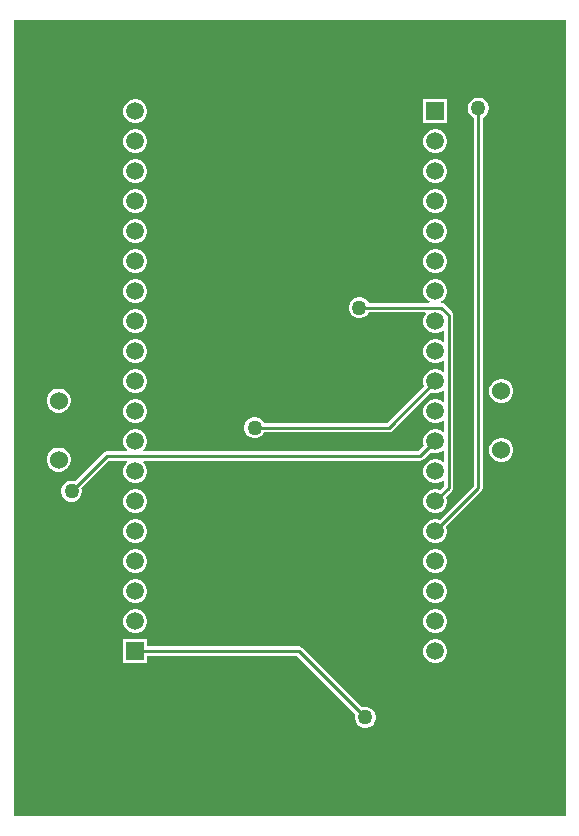
<source format=gbl>
G04*
G04 #@! TF.GenerationSoftware,Altium Limited,Altium Designer,21.4.1 (30)*
G04*
G04 Layer_Physical_Order=2*
G04 Layer_Color=16711680*
%FSLAX25Y25*%
%MOIN*%
G70*
G04*
G04 #@! TF.SameCoordinates,14F4F737-F107-41AB-BACD-CDD85754C322*
G04*
G04*
G04 #@! TF.FilePolarity,Positive*
G04*
G01*
G75*
%ADD11C,0.01000*%
%ADD17C,0.05906*%
%ADD36R,0.05906X0.05906*%
%ADD37C,0.06000*%
%ADD38C,0.05000*%
G36*
X431500Y171000D02*
X247500D01*
Y436500D01*
X431500D01*
Y171000D01*
D02*
G37*
%LPC*%
G36*
X391953Y409953D02*
X384047D01*
Y402047D01*
X391953D01*
Y409953D01*
D02*
G37*
G36*
X288520D02*
X287480D01*
X286474Y409683D01*
X285573Y409163D01*
X284837Y408427D01*
X284317Y407526D01*
X284047Y406520D01*
Y405480D01*
X284317Y404474D01*
X284837Y403573D01*
X285573Y402837D01*
X286474Y402317D01*
X287480Y402047D01*
X288520D01*
X289526Y402317D01*
X290427Y402837D01*
X291163Y403573D01*
X291683Y404474D01*
X291953Y405480D01*
Y406520D01*
X291683Y407526D01*
X291163Y408427D01*
X290427Y409163D01*
X289526Y409683D01*
X288520Y409953D01*
D02*
G37*
G36*
X388520Y399953D02*
X387480D01*
X386474Y399683D01*
X385573Y399163D01*
X384837Y398427D01*
X384317Y397526D01*
X384047Y396520D01*
Y395480D01*
X384317Y394474D01*
X384837Y393573D01*
X385573Y392837D01*
X386474Y392317D01*
X387480Y392047D01*
X388520D01*
X389526Y392317D01*
X390427Y392837D01*
X391163Y393573D01*
X391683Y394474D01*
X391953Y395480D01*
Y396520D01*
X391683Y397526D01*
X391163Y398427D01*
X390427Y399163D01*
X389526Y399683D01*
X388520Y399953D01*
D02*
G37*
G36*
X288520D02*
X287480D01*
X286474Y399683D01*
X285573Y399163D01*
X284837Y398427D01*
X284317Y397526D01*
X284047Y396520D01*
Y395480D01*
X284317Y394474D01*
X284837Y393573D01*
X285573Y392837D01*
X286474Y392317D01*
X287480Y392047D01*
X288520D01*
X289526Y392317D01*
X290427Y392837D01*
X291163Y393573D01*
X291683Y394474D01*
X291953Y395480D01*
Y396520D01*
X291683Y397526D01*
X291163Y398427D01*
X290427Y399163D01*
X289526Y399683D01*
X288520Y399953D01*
D02*
G37*
G36*
X388520Y389953D02*
X387480D01*
X386474Y389683D01*
X385573Y389163D01*
X384837Y388427D01*
X384317Y387526D01*
X384047Y386520D01*
Y385480D01*
X384317Y384474D01*
X384837Y383573D01*
X385573Y382837D01*
X386474Y382317D01*
X387480Y382047D01*
X388520D01*
X389526Y382317D01*
X390427Y382837D01*
X391163Y383573D01*
X391683Y384474D01*
X391953Y385480D01*
Y386520D01*
X391683Y387526D01*
X391163Y388427D01*
X390427Y389163D01*
X389526Y389683D01*
X388520Y389953D01*
D02*
G37*
G36*
X288520D02*
X287480D01*
X286474Y389683D01*
X285573Y389163D01*
X284837Y388427D01*
X284317Y387526D01*
X284047Y386520D01*
Y385480D01*
X284317Y384474D01*
X284837Y383573D01*
X285573Y382837D01*
X286474Y382317D01*
X287480Y382047D01*
X288520D01*
X289526Y382317D01*
X290427Y382837D01*
X291163Y383573D01*
X291683Y384474D01*
X291953Y385480D01*
Y386520D01*
X291683Y387526D01*
X291163Y388427D01*
X290427Y389163D01*
X289526Y389683D01*
X288520Y389953D01*
D02*
G37*
G36*
X388520Y379953D02*
X387480D01*
X386474Y379683D01*
X385573Y379163D01*
X384837Y378427D01*
X384317Y377526D01*
X384047Y376520D01*
Y375480D01*
X384317Y374474D01*
X384837Y373573D01*
X385573Y372837D01*
X386474Y372317D01*
X387480Y372047D01*
X388520D01*
X389526Y372317D01*
X390427Y372837D01*
X391163Y373573D01*
X391683Y374474D01*
X391953Y375480D01*
Y376520D01*
X391683Y377526D01*
X391163Y378427D01*
X390427Y379163D01*
X389526Y379683D01*
X388520Y379953D01*
D02*
G37*
G36*
X288520D02*
X287480D01*
X286474Y379683D01*
X285573Y379163D01*
X284837Y378427D01*
X284317Y377526D01*
X284047Y376520D01*
Y375480D01*
X284317Y374474D01*
X284837Y373573D01*
X285573Y372837D01*
X286474Y372317D01*
X287480Y372047D01*
X288520D01*
X289526Y372317D01*
X290427Y372837D01*
X291163Y373573D01*
X291683Y374474D01*
X291953Y375480D01*
Y376520D01*
X291683Y377526D01*
X291163Y378427D01*
X290427Y379163D01*
X289526Y379683D01*
X288520Y379953D01*
D02*
G37*
G36*
X388520Y369953D02*
X387480D01*
X386474Y369683D01*
X385573Y369163D01*
X384837Y368427D01*
X384317Y367526D01*
X384047Y366520D01*
Y365480D01*
X384317Y364474D01*
X384837Y363573D01*
X385573Y362837D01*
X386474Y362317D01*
X387480Y362047D01*
X388520D01*
X389526Y362317D01*
X390427Y362837D01*
X391163Y363573D01*
X391683Y364474D01*
X391953Y365480D01*
Y366520D01*
X391683Y367526D01*
X391163Y368427D01*
X390427Y369163D01*
X389526Y369683D01*
X388520Y369953D01*
D02*
G37*
G36*
X288520D02*
X287480D01*
X286474Y369683D01*
X285573Y369163D01*
X284837Y368427D01*
X284317Y367526D01*
X284047Y366520D01*
Y365480D01*
X284317Y364474D01*
X284837Y363573D01*
X285573Y362837D01*
X286474Y362317D01*
X287480Y362047D01*
X288520D01*
X289526Y362317D01*
X290427Y362837D01*
X291163Y363573D01*
X291683Y364474D01*
X291953Y365480D01*
Y366520D01*
X291683Y367526D01*
X291163Y368427D01*
X290427Y369163D01*
X289526Y369683D01*
X288520Y369953D01*
D02*
G37*
G36*
X388520Y359953D02*
X387480D01*
X386474Y359683D01*
X385573Y359163D01*
X384837Y358427D01*
X384317Y357526D01*
X384047Y356520D01*
Y355480D01*
X384317Y354474D01*
X384837Y353573D01*
X385573Y352837D01*
X386474Y352317D01*
X387480Y352047D01*
X388520D01*
X389526Y352317D01*
X390427Y352837D01*
X391163Y353573D01*
X391683Y354474D01*
X391953Y355480D01*
Y356520D01*
X391683Y357526D01*
X391163Y358427D01*
X390427Y359163D01*
X389526Y359683D01*
X388520Y359953D01*
D02*
G37*
G36*
X288520D02*
X287480D01*
X286474Y359683D01*
X285573Y359163D01*
X284837Y358427D01*
X284317Y357526D01*
X284047Y356520D01*
Y355480D01*
X284317Y354474D01*
X284837Y353573D01*
X285573Y352837D01*
X286474Y352317D01*
X287480Y352047D01*
X288520D01*
X289526Y352317D01*
X290427Y352837D01*
X291163Y353573D01*
X291683Y354474D01*
X291953Y355480D01*
Y356520D01*
X291683Y357526D01*
X291163Y358427D01*
X290427Y359163D01*
X289526Y359683D01*
X288520Y359953D01*
D02*
G37*
G36*
Y349953D02*
X287480D01*
X286474Y349683D01*
X285573Y349163D01*
X284837Y348427D01*
X284317Y347526D01*
X284047Y346520D01*
Y345480D01*
X284317Y344474D01*
X284837Y343573D01*
X285573Y342837D01*
X286474Y342317D01*
X287480Y342047D01*
X288520D01*
X289526Y342317D01*
X290427Y342837D01*
X291163Y343573D01*
X291683Y344474D01*
X291953Y345480D01*
Y346520D01*
X291683Y347526D01*
X291163Y348427D01*
X290427Y349163D01*
X289526Y349683D01*
X288520Y349953D01*
D02*
G37*
G36*
X388520D02*
X387480D01*
X386474Y349683D01*
X385573Y349163D01*
X384837Y348427D01*
X384317Y347526D01*
X384047Y346520D01*
Y345480D01*
X384317Y344474D01*
X384837Y343573D01*
X385573Y342837D01*
X386106Y342529D01*
X385972Y342029D01*
X365859D01*
X365501Y342649D01*
X364849Y343301D01*
X364051Y343761D01*
X363161Y344000D01*
X362239D01*
X361349Y343761D01*
X360551Y343301D01*
X359899Y342649D01*
X359438Y341851D01*
X359200Y340961D01*
Y340039D01*
X359438Y339149D01*
X359899Y338351D01*
X360551Y337699D01*
X361349Y337239D01*
X362239Y337000D01*
X363161D01*
X364051Y337239D01*
X364849Y337699D01*
X365501Y338351D01*
X365859Y338971D01*
X384727D01*
X384919Y338509D01*
X384837Y338427D01*
X384317Y337526D01*
X384047Y336520D01*
Y335480D01*
X384317Y334474D01*
X384837Y333573D01*
X385573Y332837D01*
X386474Y332317D01*
X387480Y332047D01*
X388520D01*
X389526Y332317D01*
X390427Y332837D01*
X390509Y332919D01*
X390971Y332727D01*
Y329273D01*
X390509Y329081D01*
X390427Y329163D01*
X389526Y329683D01*
X388520Y329953D01*
X387480D01*
X386474Y329683D01*
X385573Y329163D01*
X384837Y328427D01*
X384317Y327526D01*
X384047Y326520D01*
Y325480D01*
X384317Y324474D01*
X384837Y323573D01*
X385573Y322837D01*
X386474Y322317D01*
X387480Y322047D01*
X388520D01*
X389526Y322317D01*
X390427Y322837D01*
X390509Y322919D01*
X390971Y322727D01*
Y319273D01*
X390509Y319081D01*
X390427Y319163D01*
X389526Y319683D01*
X388520Y319953D01*
X387480D01*
X386474Y319683D01*
X385573Y319163D01*
X384837Y318427D01*
X384317Y317526D01*
X384047Y316520D01*
Y315480D01*
X384315Y314478D01*
X371866Y302029D01*
X330959D01*
X330601Y302649D01*
X329949Y303301D01*
X329151Y303762D01*
X328261Y304000D01*
X327339D01*
X326449Y303762D01*
X325651Y303301D01*
X324999Y302649D01*
X324538Y301851D01*
X324300Y300961D01*
Y300039D01*
X324538Y299149D01*
X324999Y298351D01*
X325651Y297699D01*
X326449Y297238D01*
X327339Y297000D01*
X328261D01*
X329151Y297238D01*
X329949Y297699D01*
X330601Y298351D01*
X330959Y298971D01*
X372500D01*
X373085Y299087D01*
X373581Y299419D01*
X386478Y312316D01*
X387480Y312047D01*
X388520D01*
X389526Y312317D01*
X390427Y312837D01*
X390509Y312919D01*
X390971Y312727D01*
Y309273D01*
X390509Y309081D01*
X390427Y309163D01*
X389526Y309683D01*
X388520Y309953D01*
X387480D01*
X386474Y309683D01*
X385573Y309163D01*
X384837Y308427D01*
X384317Y307526D01*
X384047Y306520D01*
Y305480D01*
X384317Y304474D01*
X384837Y303573D01*
X385573Y302837D01*
X386474Y302317D01*
X387480Y302047D01*
X388520D01*
X389526Y302317D01*
X390427Y302837D01*
X390509Y302919D01*
X390971Y302727D01*
Y299273D01*
X390509Y299081D01*
X390427Y299163D01*
X389526Y299683D01*
X388520Y299953D01*
X387480D01*
X386474Y299683D01*
X385573Y299163D01*
X384837Y298427D01*
X384317Y297526D01*
X384047Y296520D01*
Y295480D01*
X384315Y294478D01*
X382366Y292529D01*
X290827D01*
X290619Y293029D01*
X291163Y293573D01*
X291683Y294474D01*
X291953Y295480D01*
Y296520D01*
X291683Y297526D01*
X291163Y298427D01*
X290427Y299163D01*
X289526Y299683D01*
X288520Y299953D01*
X287480D01*
X286474Y299683D01*
X285573Y299163D01*
X284837Y298427D01*
X284317Y297526D01*
X284047Y296520D01*
Y295480D01*
X284317Y294474D01*
X284837Y293573D01*
X285381Y293029D01*
X285174Y292529D01*
X278400D01*
X277815Y292413D01*
X277319Y292081D01*
X267892Y282655D01*
X267201Y282840D01*
X266279D01*
X265389Y282602D01*
X264591Y282141D01*
X263939Y281489D01*
X263479Y280691D01*
X263240Y279801D01*
Y278879D01*
X263479Y277989D01*
X263939Y277191D01*
X264591Y276539D01*
X265389Y276079D01*
X266279Y275840D01*
X267201D01*
X268091Y276079D01*
X268889Y276539D01*
X269541Y277191D01*
X270002Y277989D01*
X270240Y278879D01*
Y279801D01*
X270055Y280492D01*
X279033Y289471D01*
X285174D01*
X285381Y288971D01*
X284837Y288427D01*
X284317Y287526D01*
X284047Y286520D01*
Y285480D01*
X284317Y284474D01*
X284837Y283573D01*
X285573Y282837D01*
X286474Y282317D01*
X287480Y282047D01*
X288520D01*
X289526Y282317D01*
X290427Y282837D01*
X291163Y283573D01*
X291683Y284474D01*
X291953Y285480D01*
Y286520D01*
X291683Y287526D01*
X291163Y288427D01*
X290619Y288971D01*
X290827Y289471D01*
X383000D01*
X383585Y289587D01*
X384081Y289919D01*
X386478Y292316D01*
X387480Y292047D01*
X388520D01*
X389526Y292317D01*
X390427Y292837D01*
X390509Y292919D01*
X390971Y292727D01*
Y289273D01*
X390509Y289081D01*
X390427Y289163D01*
X389526Y289683D01*
X388520Y289953D01*
X387480D01*
X386474Y289683D01*
X385573Y289163D01*
X384837Y288427D01*
X384317Y287526D01*
X384047Y286520D01*
Y285480D01*
X384317Y284474D01*
X384837Y283573D01*
X385573Y282837D01*
X386474Y282317D01*
X387480Y282047D01*
X388520D01*
X389526Y282317D01*
X390427Y282837D01*
X390509Y282919D01*
X390971Y282727D01*
Y281134D01*
X389522Y279684D01*
X388520Y279953D01*
X387480D01*
X386474Y279683D01*
X385573Y279163D01*
X384837Y278427D01*
X384317Y277526D01*
X384047Y276520D01*
Y275480D01*
X384317Y274474D01*
X384837Y273573D01*
X385573Y272837D01*
X386474Y272317D01*
X387480Y272047D01*
X388520D01*
X389526Y272317D01*
X390427Y272837D01*
X391163Y273573D01*
X391683Y274474D01*
X391953Y275480D01*
Y276520D01*
X391685Y277522D01*
X393581Y279419D01*
X393913Y279915D01*
X394029Y280500D01*
Y338000D01*
X393913Y338585D01*
X393581Y339081D01*
X391081Y341581D01*
X390585Y341913D01*
X390021Y342025D01*
X389990Y342076D01*
X389894Y342529D01*
X390427Y342837D01*
X391163Y343573D01*
X391683Y344474D01*
X391953Y345480D01*
Y346520D01*
X391683Y347526D01*
X391163Y348427D01*
X390427Y349163D01*
X389526Y349683D01*
X388520Y349953D01*
D02*
G37*
G36*
X288520Y339953D02*
X287480D01*
X286474Y339683D01*
X285573Y339163D01*
X284837Y338427D01*
X284317Y337526D01*
X284047Y336520D01*
Y335480D01*
X284317Y334474D01*
X284837Y333573D01*
X285573Y332837D01*
X286474Y332317D01*
X287480Y332047D01*
X288520D01*
X289526Y332317D01*
X290427Y332837D01*
X291163Y333573D01*
X291683Y334474D01*
X291953Y335480D01*
Y336520D01*
X291683Y337526D01*
X291163Y338427D01*
X290427Y339163D01*
X289526Y339683D01*
X288520Y339953D01*
D02*
G37*
G36*
Y329953D02*
X287480D01*
X286474Y329683D01*
X285573Y329163D01*
X284837Y328427D01*
X284317Y327526D01*
X284047Y326520D01*
Y325480D01*
X284317Y324474D01*
X284837Y323573D01*
X285573Y322837D01*
X286474Y322317D01*
X287480Y322047D01*
X288520D01*
X289526Y322317D01*
X290427Y322837D01*
X291163Y323573D01*
X291683Y324474D01*
X291953Y325480D01*
Y326520D01*
X291683Y327526D01*
X291163Y328427D01*
X290427Y329163D01*
X289526Y329683D01*
X288520Y329953D01*
D02*
G37*
G36*
Y319953D02*
X287480D01*
X286474Y319683D01*
X285573Y319163D01*
X284837Y318427D01*
X284317Y317526D01*
X284047Y316520D01*
Y315480D01*
X284317Y314474D01*
X284837Y313573D01*
X285573Y312837D01*
X286474Y312317D01*
X287480Y312047D01*
X288520D01*
X289526Y312317D01*
X290427Y312837D01*
X291163Y313573D01*
X291683Y314474D01*
X291953Y315480D01*
Y316520D01*
X291683Y317526D01*
X291163Y318427D01*
X290427Y319163D01*
X289526Y319683D01*
X288520Y319953D01*
D02*
G37*
G36*
X410527Y316685D02*
X409473D01*
X408456Y316412D01*
X407544Y315886D01*
X406799Y315141D01*
X406273Y314229D01*
X406000Y313212D01*
Y312158D01*
X406273Y311141D01*
X406799Y310229D01*
X407544Y309484D01*
X408456Y308958D01*
X409473Y308685D01*
X410527D01*
X411544Y308958D01*
X412456Y309484D01*
X413201Y310229D01*
X413727Y311141D01*
X414000Y312158D01*
Y313212D01*
X413727Y314229D01*
X413201Y315141D01*
X412456Y315886D01*
X411544Y316412D01*
X410527Y316685D01*
D02*
G37*
G36*
X263027Y313500D02*
X261973D01*
X260956Y313227D01*
X260044Y312701D01*
X259299Y311956D01*
X258773Y311044D01*
X258500Y310027D01*
Y308973D01*
X258773Y307956D01*
X259299Y307044D01*
X260044Y306299D01*
X260956Y305773D01*
X261973Y305500D01*
X263027D01*
X264044Y305773D01*
X264956Y306299D01*
X265701Y307044D01*
X266227Y307956D01*
X266500Y308973D01*
Y310027D01*
X266227Y311044D01*
X265701Y311956D01*
X264956Y312701D01*
X264044Y313227D01*
X263027Y313500D01*
D02*
G37*
G36*
X288520Y309953D02*
X287480D01*
X286474Y309683D01*
X285573Y309163D01*
X284837Y308427D01*
X284317Y307526D01*
X284047Y306520D01*
Y305480D01*
X284317Y304474D01*
X284837Y303573D01*
X285573Y302837D01*
X286474Y302317D01*
X287480Y302047D01*
X288520D01*
X289526Y302317D01*
X290427Y302837D01*
X291163Y303573D01*
X291683Y304474D01*
X291953Y305480D01*
Y306520D01*
X291683Y307526D01*
X291163Y308427D01*
X290427Y309163D01*
X289526Y309683D01*
X288520Y309953D01*
D02*
G37*
G36*
X410527Y297000D02*
X409473D01*
X408456Y296727D01*
X407544Y296201D01*
X406799Y295456D01*
X406273Y294544D01*
X406000Y293527D01*
Y292473D01*
X406273Y291456D01*
X406799Y290544D01*
X407544Y289799D01*
X408456Y289273D01*
X409473Y289000D01*
X410527D01*
X411544Y289273D01*
X412456Y289799D01*
X413201Y290544D01*
X413727Y291456D01*
X414000Y292473D01*
Y293527D01*
X413727Y294544D01*
X413201Y295456D01*
X412456Y296201D01*
X411544Y296727D01*
X410527Y297000D01*
D02*
G37*
G36*
X263027Y293815D02*
X261973D01*
X260956Y293542D01*
X260044Y293016D01*
X259299Y292271D01*
X258773Y291359D01*
X258500Y290342D01*
Y289288D01*
X258773Y288271D01*
X259299Y287359D01*
X260044Y286614D01*
X260956Y286088D01*
X261973Y285815D01*
X263027D01*
X264044Y286088D01*
X264956Y286614D01*
X265701Y287359D01*
X266227Y288271D01*
X266500Y289288D01*
Y290342D01*
X266227Y291359D01*
X265701Y292271D01*
X264956Y293016D01*
X264044Y293542D01*
X263027Y293815D01*
D02*
G37*
G36*
X288520Y279953D02*
X287480D01*
X286474Y279683D01*
X285573Y279163D01*
X284837Y278427D01*
X284317Y277526D01*
X284047Y276520D01*
Y275480D01*
X284317Y274474D01*
X284837Y273573D01*
X285573Y272837D01*
X286474Y272317D01*
X287480Y272047D01*
X288520D01*
X289526Y272317D01*
X290427Y272837D01*
X291163Y273573D01*
X291683Y274474D01*
X291953Y275480D01*
Y276520D01*
X291683Y277526D01*
X291163Y278427D01*
X290427Y279163D01*
X289526Y279683D01*
X288520Y279953D01*
D02*
G37*
G36*
X402761Y410500D02*
X401839D01*
X400949Y410261D01*
X400151Y409801D01*
X399499Y409149D01*
X399039Y408351D01*
X398800Y407461D01*
Y406539D01*
X399039Y405649D01*
X399499Y404851D01*
X400151Y404199D01*
X400771Y403841D01*
Y280933D01*
X389522Y269685D01*
X388520Y269953D01*
X387480D01*
X386474Y269683D01*
X385573Y269163D01*
X384837Y268427D01*
X384317Y267526D01*
X384047Y266520D01*
Y265480D01*
X384317Y264474D01*
X384837Y263573D01*
X385573Y262837D01*
X386474Y262317D01*
X387480Y262047D01*
X388520D01*
X389526Y262317D01*
X390427Y262837D01*
X391163Y263573D01*
X391683Y264474D01*
X391953Y265480D01*
Y266520D01*
X391685Y267522D01*
X403381Y279219D01*
X403713Y279715D01*
X403829Y280300D01*
Y403841D01*
X404449Y404199D01*
X405101Y404851D01*
X405561Y405649D01*
X405800Y406539D01*
Y407461D01*
X405561Y408351D01*
X405101Y409149D01*
X404449Y409801D01*
X403651Y410261D01*
X402761Y410500D01*
D02*
G37*
G36*
X288520Y269953D02*
X287480D01*
X286474Y269683D01*
X285573Y269163D01*
X284837Y268427D01*
X284317Y267526D01*
X284047Y266520D01*
Y265480D01*
X284317Y264474D01*
X284837Y263573D01*
X285573Y262837D01*
X286474Y262317D01*
X287480Y262047D01*
X288520D01*
X289526Y262317D01*
X290427Y262837D01*
X291163Y263573D01*
X291683Y264474D01*
X291953Y265480D01*
Y266520D01*
X291683Y267526D01*
X291163Y268427D01*
X290427Y269163D01*
X289526Y269683D01*
X288520Y269953D01*
D02*
G37*
G36*
X388520Y259953D02*
X387480D01*
X386474Y259683D01*
X385573Y259163D01*
X384837Y258427D01*
X384317Y257526D01*
X384047Y256520D01*
Y255480D01*
X384317Y254474D01*
X384837Y253573D01*
X385573Y252837D01*
X386474Y252317D01*
X387480Y252047D01*
X388520D01*
X389526Y252317D01*
X390427Y252837D01*
X391163Y253573D01*
X391683Y254474D01*
X391953Y255480D01*
Y256520D01*
X391683Y257526D01*
X391163Y258427D01*
X390427Y259163D01*
X389526Y259683D01*
X388520Y259953D01*
D02*
G37*
G36*
X288520D02*
X287480D01*
X286474Y259683D01*
X285573Y259163D01*
X284837Y258427D01*
X284317Y257526D01*
X284047Y256520D01*
Y255480D01*
X284317Y254474D01*
X284837Y253573D01*
X285573Y252837D01*
X286474Y252317D01*
X287480Y252047D01*
X288520D01*
X289526Y252317D01*
X290427Y252837D01*
X291163Y253573D01*
X291683Y254474D01*
X291953Y255480D01*
Y256520D01*
X291683Y257526D01*
X291163Y258427D01*
X290427Y259163D01*
X289526Y259683D01*
X288520Y259953D01*
D02*
G37*
G36*
X388520Y249953D02*
X387480D01*
X386474Y249683D01*
X385573Y249163D01*
X384837Y248427D01*
X384317Y247526D01*
X384047Y246520D01*
Y245480D01*
X384317Y244474D01*
X384837Y243573D01*
X385573Y242837D01*
X386474Y242317D01*
X387480Y242047D01*
X388520D01*
X389526Y242317D01*
X390427Y242837D01*
X391163Y243573D01*
X391683Y244474D01*
X391953Y245480D01*
Y246520D01*
X391683Y247526D01*
X391163Y248427D01*
X390427Y249163D01*
X389526Y249683D01*
X388520Y249953D01*
D02*
G37*
G36*
X288520D02*
X287480D01*
X286474Y249683D01*
X285573Y249163D01*
X284837Y248427D01*
X284317Y247526D01*
X284047Y246520D01*
Y245480D01*
X284317Y244474D01*
X284837Y243573D01*
X285573Y242837D01*
X286474Y242317D01*
X287480Y242047D01*
X288520D01*
X289526Y242317D01*
X290427Y242837D01*
X291163Y243573D01*
X291683Y244474D01*
X291953Y245480D01*
Y246520D01*
X291683Y247526D01*
X291163Y248427D01*
X290427Y249163D01*
X289526Y249683D01*
X288520Y249953D01*
D02*
G37*
G36*
X388520Y239953D02*
X387480D01*
X386474Y239683D01*
X385573Y239163D01*
X384837Y238427D01*
X384317Y237526D01*
X384047Y236520D01*
Y235480D01*
X384317Y234474D01*
X384837Y233573D01*
X385573Y232837D01*
X386474Y232317D01*
X387480Y232047D01*
X388520D01*
X389526Y232317D01*
X390427Y232837D01*
X391163Y233573D01*
X391683Y234474D01*
X391953Y235480D01*
Y236520D01*
X391683Y237526D01*
X391163Y238427D01*
X390427Y239163D01*
X389526Y239683D01*
X388520Y239953D01*
D02*
G37*
G36*
X288520D02*
X287480D01*
X286474Y239683D01*
X285573Y239163D01*
X284837Y238427D01*
X284317Y237526D01*
X284047Y236520D01*
Y235480D01*
X284317Y234474D01*
X284837Y233573D01*
X285573Y232837D01*
X286474Y232317D01*
X287480Y232047D01*
X288520D01*
X289526Y232317D01*
X290427Y232837D01*
X291163Y233573D01*
X291683Y234474D01*
X291953Y235480D01*
Y236520D01*
X291683Y237526D01*
X291163Y238427D01*
X290427Y239163D01*
X289526Y239683D01*
X288520Y239953D01*
D02*
G37*
G36*
X388520Y229953D02*
X387480D01*
X386474Y229683D01*
X385573Y229163D01*
X384837Y228427D01*
X384317Y227526D01*
X384047Y226520D01*
Y225480D01*
X384317Y224474D01*
X384837Y223573D01*
X385573Y222837D01*
X386474Y222317D01*
X387480Y222047D01*
X388520D01*
X389526Y222317D01*
X390427Y222837D01*
X391163Y223573D01*
X391683Y224474D01*
X391953Y225480D01*
Y226520D01*
X391683Y227526D01*
X391163Y228427D01*
X390427Y229163D01*
X389526Y229683D01*
X388520Y229953D01*
D02*
G37*
G36*
X291953D02*
X284047D01*
Y222047D01*
X291953D01*
Y224471D01*
X341967D01*
X361385Y205052D01*
X361200Y204361D01*
Y203439D01*
X361438Y202549D01*
X361899Y201751D01*
X362551Y201099D01*
X363349Y200639D01*
X364239Y200400D01*
X365161D01*
X366051Y200639D01*
X366849Y201099D01*
X367501Y201751D01*
X367962Y202549D01*
X368200Y203439D01*
Y204361D01*
X367962Y205251D01*
X367501Y206049D01*
X366849Y206701D01*
X366051Y207161D01*
X365161Y207400D01*
X364239D01*
X363548Y207215D01*
X343681Y227081D01*
X343185Y227413D01*
X342600Y227529D01*
X291953D01*
Y229953D01*
D02*
G37*
%LPD*%
D11*
X288000Y226000D02*
X342600D01*
X364700Y203900D01*
X266740Y279340D02*
X278400Y291000D01*
X383000D01*
X388000Y296000D01*
X362700Y340500D02*
X390000D01*
X392500Y338000D01*
Y280500D02*
Y338000D01*
X388000Y276000D02*
X392500Y280500D01*
X388000Y266000D02*
X402300Y280300D01*
Y407000D01*
X327800Y300500D02*
X372500D01*
X388000Y316000D01*
D17*
Y226000D02*
D03*
Y236000D02*
D03*
Y246000D02*
D03*
Y256000D02*
D03*
Y266000D02*
D03*
Y276000D02*
D03*
Y286000D02*
D03*
Y296000D02*
D03*
Y306000D02*
D03*
Y316000D02*
D03*
Y326000D02*
D03*
Y336000D02*
D03*
Y346000D02*
D03*
Y356000D02*
D03*
Y366000D02*
D03*
Y376000D02*
D03*
Y386000D02*
D03*
Y396000D02*
D03*
X288000Y406000D02*
D03*
Y396000D02*
D03*
Y386000D02*
D03*
Y376000D02*
D03*
Y366000D02*
D03*
Y356000D02*
D03*
Y346000D02*
D03*
Y336000D02*
D03*
Y326000D02*
D03*
Y316000D02*
D03*
Y306000D02*
D03*
Y296000D02*
D03*
Y286000D02*
D03*
Y276000D02*
D03*
Y266000D02*
D03*
Y256000D02*
D03*
Y246000D02*
D03*
Y236000D02*
D03*
D36*
X388000Y406000D02*
D03*
X288000Y226000D02*
D03*
D37*
X262500Y289815D02*
D03*
Y309500D02*
D03*
X410000Y293000D02*
D03*
Y312685D02*
D03*
D38*
X364700Y203900D02*
D03*
X266740Y279340D02*
D03*
X362700Y340500D02*
D03*
X402300Y407000D02*
D03*
X327800Y300500D02*
D03*
M02*

</source>
